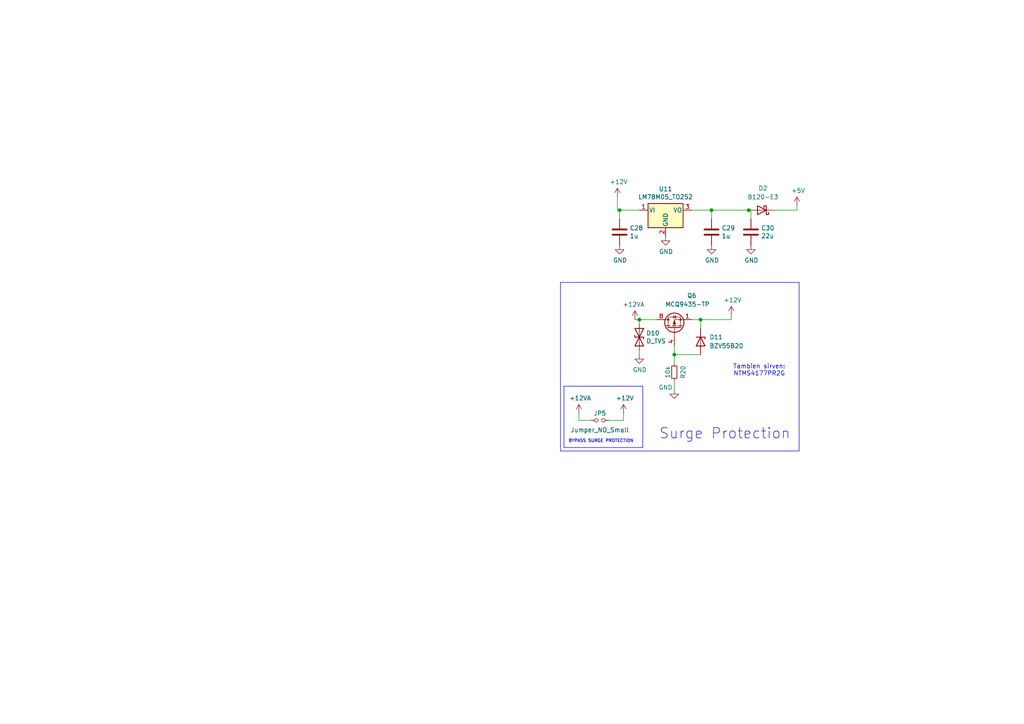
<source format=kicad_sch>
(kicad_sch (version 20231120) (generator "eeschema") (generator_version "7.99")
  (paper "A4")
  (title_block (title "OpenEFI WBO Carrier Board") (date "2023-11-28") (rev "v3") (company "Churrosoft®") (comment 1 "CERN-OHL-S Licence"))
  (lib_symbols
    (symbol "Device:C" (pin_numbers hide) (pin_names (offset 0.254))
      (property "Reference" "C" (at 0.635 2.54 0))
      (property "Value" "C" (at 0.635 -2.54 0))
      (symbol "C_0_1"
        (polyline (pts (xy -2.032 -0.762) (xy 2.032 -0.762)) (stroke (width 0.508)))
        (polyline (pts (xy -2.032 0.762) (xy 2.032 0.762)) (stroke (width 0.508)))
      )
      (symbol "C_1_1"
        (pin passive line (at 0 3.81 270) (length 2.794) (name "~") (number "1"))
        (pin passive line (at 0 -3.81 90) (length 2.794) (name "~") (number "2"))
      )
    )
    (symbol "Device:D_TVS" (pin_numbers hide) (pin_names (offset 1.016) hide)
      (property "Reference" "D" (at 0 2.54 0))
      (property "Value" "D_TVS" (at 0 -2.54 0))
      (symbol "D_TVS_0_1"
        (polyline (pts (xy 1.27 0) (xy -1.27 0)))
        (polyline (pts (xy 0.508 1.27) (xy 0 1.27) (xy 0 -1.27) (xy -0.508 -1.27)) (stroke (width 0.254)))
        (polyline (pts (xy -2.54 1.27) (xy -2.54 -1.27) (xy 2.54 1.27) (xy 2.54 -1.27) (xy -2.54 1.27)) (stroke (width 0.254)))
      )
      (symbol "D_TVS_1_1"
        (pin passive line (at -3.81 0 0) (length 2.54) (name "A1") (number "1"))
        (pin passive line (at 3.81 0 180) (length 2.54) (name "A2") (number "2"))
      )
    )
    (symbol "Device:Jumper_NO_Small" (pin_numbers hide) (pin_names (offset 0.762) hide)
      (property "Reference" "JP" (at 0 2.032 0))
      (property "Value" "Jumper_NO_Small" (at 0.254 -1.524 0))
      (symbol "Jumper_NO_Small_0_1"
        (circle (center -1.016 0) (radius 0.508))
        (circle (center 1.016 0) (radius 0.508))
        (pin passive line (at -2.54 0 0) (length 1.016) (name "1") (number "1"))
        (pin passive line (at 2.54 0 180) (length 1.016) (name "2") (number "2"))
      )
    )
    (symbol "Device:R_Small" (pin_numbers hide) (pin_names (offset 0.254) hide)
      (property "Reference" "R" (at 0.762 0.508 0))
      (property "Value" "R_Small" (at 0.762 -1.016 0))
      (symbol "R_Small_0_1"
        (rectangle (start -0.762 1.778) (end 0.762 -1.778) (stroke (width 0.2032)))
      )
      (symbol "R_Small_1_1"
        (pin passive line (at 0 2.54 270) (length 0.762) (name "~") (number "1"))
        (pin passive line (at 0 -2.54 90) (length 0.762) (name "~") (number "2"))
      )
    )
    (symbol "Diode:B120-E3" (pin_numbers hide) (pin_names hide)
      (property "Reference" "D" (at 0 2.54 0))
      (property "Value" "B120-E3" (at 0 -2.54 0))
      (symbol "B120-E3_0_1"
        (polyline (pts (xy 1.27 0) (xy -1.27 0)))
        (polyline (pts (xy 1.27 1.27) (xy 1.27 -1.27) (xy -1.27 0) (xy 1.27 1.27)) (stroke (width 0.254)))
        (polyline (pts (xy -1.905 0.635) (xy -1.905 1.27) (xy -1.27 1.27) (xy -1.27 -1.27) (xy -0.635 -1.27) (xy -0.635 -0.635)) (stroke (width 0.254)))
      )
      (symbol "B120-E3_1_1"
        (pin passive line (at -3.81 0 0) (length 2.54) (name "K") (number "1"))
        (pin passive line (at 3.81 0 180) (length 2.54) (name "A") (number "2"))
      )
    )
    (symbol "Diode:BZV55B20" (pin_numbers hide) (pin_names hide)
      (property "Reference" "D" (at 0 2.54 0))
      (property "Value" "BZV55B20" (at 0 -2.54 0))
      (symbol "BZV55B20_0_1"
        (polyline (pts (xy 1.27 0) (xy -1.27 0)))
        (polyline (pts (xy -1.27 -1.27) (xy -1.27 1.27) (xy -0.762 1.27)) (stroke (width 0.254)))
        (polyline (pts (xy 1.27 -1.27) (xy 1.27 1.27) (xy -1.27 0) (xy 1.27 -1.27)) (stroke (width 0.254)))
      )
      (symbol "BZV55B20_1_1"
        (pin passive line (at -3.81 0 0) (length 2.54) (name "K") (number "1"))
        (pin passive line (at 3.81 0 180) (length 2.54) (name "A") (number "2"))
      )
    )
    (symbol "Regulator_Linear:LM78M05_TO252" (pin_names (offset 0.254))
      (property "Reference" "U" (at -3.81 3.175 0))
      (property "Value" "LM78M05_TO252" (at 0 3.175 0))
      (symbol "LM78M05_TO252_0_1"
        (rectangle (start -5.08 1.905) (end 5.08 -5.08) (stroke (width 0.254)) (fill (type background)))
      )
      (symbol "LM78M05_TO252_1_1"
        (pin power_in line (at -7.62 0 0) (length 2.54) (name "VI") (number "1"))
        (pin power_in line (at 0 -7.62 90) (length 2.54) (name "GND") (number "2"))
        (pin power_out line (at 7.62 0 180) (length 2.54) (name "VO") (number "3"))
      )
    )
    (symbol "Transistor_FET:IRF7404" (pin_names hide)
      (property "Reference" "Q" (at 5.08 1.905 0))
      (property "Value" "IRF7404" (at 5.08 0 0))
      (symbol "IRF7404_0_1"
        (polyline (pts (xy 0.254 0) (xy -2.54 0)))
        (polyline (pts (xy 0.254 1.905) (xy 0.254 -1.905)) (stroke (width 0.254)))
        (polyline (pts (xy 0.762 -1.27) (xy 0.762 -2.286)) (stroke (width 0.254)))
        (polyline (pts (xy 0.762 0.508) (xy 0.762 -0.508)) (stroke (width 0.254)))
        (polyline (pts (xy 0.762 2.286) (xy 0.762 1.27)) (stroke (width 0.254)))
        (polyline (pts (xy 2.54 2.54) (xy 2.54 1.778)))
        (polyline (pts (xy 2.54 -2.54) (xy 2.54 0) (xy 0.762 0)))
        (polyline (pts (xy 0.762 1.778) (xy 3.302 1.778) (xy 3.302 -1.778) (xy 0.762 -1.778)))
        (polyline (pts (xy 2.286 0) (xy 1.27 0.381) (xy 1.27 -0.381) (xy 2.286 0)) (fill (type outline)))
        (polyline (pts (xy 2.794 -0.508) (xy 2.921 -0.381) (xy 3.683 -0.381) (xy 3.81 -0.254)))
        (polyline (pts (xy 3.302 -0.381) (xy 2.921 0.254) (xy 3.683 0.254) (xy 3.302 -0.381)))
        (circle (center 1.651 0) (radius 2.794) (stroke (width 0.254)))
        (circle (center 2.54 -1.778) (radius 0.254) (fill (type outline)))
        (circle (center 2.54 1.778) (radius 0.254) (fill (type outline)))
      )
      (symbol "IRF7404_1_1"
        (pin passive line (at 2.54 -5.08 90) (length 2.54) (name "S") (number "1"))
        (pin passive line (at 2.54 -5.08 90) (length 2.54) hide (name "S") (number "2"))
        (pin passive line (at 2.54 -5.08 90) (length 2.54) hide (name "S") (number "3"))
        (pin passive line (at -5.08 0 0) (length 2.54) (name "G") (number "4"))
        (pin passive line (at 2.54 5.08 270) (length 2.54) hide (name "D") (number "5"))
        (pin passive line (at 2.54 5.08 270) (length 2.54) hide (name "D") (number "6"))
        (pin passive line (at 2.54 5.08 270) (length 2.54) hide (name "D") (number "7"))
        (pin passive line (at 2.54 5.08 270) (length 2.54) (name "D") (number "8"))
      )
    )
    (symbol "power:+12V" (power) (pin_names (offset 0))
      (property "Value" "+12V" (at 0 3.556 0))
      (symbol "+12V_0_1"
        (polyline (pts (xy -0.762 1.27) (xy 0 2.54)))
        (polyline (pts (xy 0 0) (xy 0 2.54)))
        (polyline (pts (xy 0 2.54) (xy 0.762 1.27)))
      )
      (symbol "+12V_1_1"
        (pin power_in line (at 0 0 90) (length 0) hide (name "+12V") (number "1"))
      )
    )
    (symbol "power:+12VA" (power) (pin_names (offset 0))
      (property "Value" "+12VA" (at 0 3.556 0))
      (symbol "+12VA_0_1"
        (polyline (pts (xy -0.762 1.27) (xy 0 2.54)))
        (polyline (pts (xy 0 0) (xy 0 2.54)))
        (polyline (pts (xy 0 2.54) (xy 0.762 1.27)))
      )
      (symbol "+12VA_1_1"
        (pin power_in line (at 0 0 90) (length 0) hide (name "+12VA") (number "1"))
      )
    )
    (symbol "power:+5V" (power) (pin_names (offset 0))
      (property "Value" "+5V" (at 0 3.556 0))
      (symbol "+5V_0_1"
        (polyline (pts (xy -0.762 1.27) (xy 0 2.54)))
        (polyline (pts (xy 0 0) (xy 0 2.54)))
        (polyline (pts (xy 0 2.54) (xy 0.762 1.27)))
      )
      (symbol "+5V_1_1"
        (pin power_in line (at 0 0 90) (length 0) hide (name "+5V") (number "1"))
      )
    )
    (symbol "power:GND" (power) (pin_names (offset 0))
      (property "Value" "GND" (at 0 -3.81 0))
      (symbol "GND_0_1"
        (polyline (pts (xy 0 0) (xy 0 -1.27) (xy 1.27 -1.27) (xy 0 -2.54) (xy -1.27 -1.27) (xy 0 -1.27)))
      )
      (symbol "GND_1_1"
        (pin power_in line (at 0 0 270) (length 0) hide (name "GND") (number "1"))
      )
    )
  )
  (junction (at 195.58 102.87))
  (junction (at 206.375 60.96))
  (junction (at 179.705 60.96))
  (junction (at 185.42 92.71))
  (junction (at 203.2 92.71))
  (junction (at 217.17 60.96))
  (polyline (pts (xy 162.56 81.915) (xy 231.775 81.915)))
  (wire (pts (xy 185.42 92.71) (xy 184.15 92.71)))
  (wire (pts (xy 212.09 91.44) (xy 212.09 92.71)))
  (polyline (pts (xy 163.576 112.014) (xy 163.576 129.794)))
  (wire (pts (xy 179.705 60.96) (xy 185.42 60.96)))
  (wire (pts (xy 180.848 121.92) (xy 180.848 119.888)))
  (polyline (pts (xy 231.775 130.81) (xy 162.56 130.81)))
  (wire (pts (xy 217.805 60.96) (xy 217.17 60.96)))
  (wire (pts (xy 217.17 60.96) (xy 206.375 60.96)))
  (wire (pts (xy 176.53 121.92) (xy 180.848 121.92)))
  (wire (pts (xy 203.2 92.71) (xy 203.2 95.25)))
  (polyline (pts (xy 231.775 81.915) (xy 231.775 130.81)))
  (wire (pts (xy 200.66 60.96) (xy 206.375 60.96)))
  (wire (pts (xy 195.58 102.87) (xy 195.58 105.41)))
  (wire (pts (xy 231.14 59.69) (xy 231.14 60.96)))
  (wire (pts (xy 217.805 63.5) (xy 217.805 60.96)))
  (wire (pts (xy 200.66 92.71) (xy 203.2 92.71)))
  (wire (pts (xy 231.14 60.96) (xy 224.79 60.96)))
  (polyline (pts (xy 186.436 112.014) (xy 186.436 129.794)))
  (polyline (pts (xy 163.576 112.014) (xy 186.436 112.014)))
  (wire (pts (xy 185.42 101.6) (xy 185.42 102.87)))
  (polyline (pts (xy 162.56 81.915) (xy 162.56 130.81)))
  (wire (pts (xy 190.5 92.71) (xy 185.42 92.71)))
  (wire (pts (xy 167.894 121.92) (xy 171.45 121.92)))
  (wire (pts (xy 195.58 100.33) (xy 195.58 102.87)))
  (wire (pts (xy 179.705 63.5) (xy 179.705 60.96)))
  (wire (pts (xy 179.07 60.96) (xy 179.705 60.96)))
  (wire (pts (xy 195.58 102.87) (xy 203.2 102.87)))
  (wire (pts (xy 167.894 119.888) (xy 167.894 121.92)))
  (wire (pts (xy 179.07 57.15) (xy 179.07 60.96)))
  (wire (pts (xy 206.375 60.96) (xy 206.375 63.5)))
  (polyline (pts (xy 186.436 129.794) (xy 163.576 129.794)))
  (wire (pts (xy 185.42 92.71) (xy 185.42 93.98)))
  (wire (pts (xy 195.58 110.49) (xy 195.58 113.03)))
  (wire (pts (xy 212.09 92.71) (xy 203.2 92.71)))
  (text "BYPASS SURGE PROTECTION" (at 164.846 128.524 0) (effects (font (size 0.889 0.889)) (justify left bottom)))
  (text "Tambien sirven:\nNTMS4177PR2G" (at 220.218 107.442 0) (effects (font (size 1.27 1.27))))
  (text "Surge Protection" (at 191.135 127.635 0) (effects (font (size 3 3)) (justify left bottom)))
  (symbol (lib_id "power:+5V") (at 231.14 59.69 0) (unit 1)
    (property "Reference" "#PWR078" (effects (hide yes)))
    (property "Value" "+5V" (at 231.521 55.2958 0))
    (instances (project "Wideband_v3" (path "" (reference "#PWR078") (unit 1))) (project "board_carrier" (path "" (reference "#PWR0105") (unit 1))))
  )
  (symbol (lib_id "Diode:B120-E3") (at 220.98 60.96 180) (unit 1)
    (property "Reference" "D2" (at 221.2975 54.61 0))
    (property "Value" "B120-E3" (at 221.2975 57.15 0))
    (property "Footprint" "Diode_SMD:D_SMA" (effects (hide yes)))
    (property "Datasheet" "http://www.vishay.com/docs/88946/b120.pdf" (effects (hide yes)))
    (property "Description" "20V 1A Schottky Barrier Rectifier Diode, SMA(DO-214AC)" (effects (hide yes)))
  )
  (symbol (lib_id "power:+12VA") (at 167.894 119.888 0) (unit 1)
    (property "Reference" "#PWR035" (effects (hide yes)))
    (property "Value" "+12VA" (at 168.275 115.4938 0))
    (instances (project "Wideband_v3" (path "" (reference "#PWR035") (unit 1))) (project "OpenEFI_rev4" (path "" (reference "#PWR049") (unit 1))))
  )
  (symbol (lib_id "Diode:BZV55B20") (at 203.2 99.06 270) (unit 1)
    (property "Reference" "D11" (at 205.74 97.7899 90) (effects (justify left)))
    (property "Value" "BZV55B20" (at 205.74 100.3299 90) (effects (justify left)))
    (property "Footprint" "Diode_SMD:D_MiniMELF" (effects (hide yes)))
    (property "Datasheet" "https://assets.nexperia.com/documents/data-sheet/BZV55_SER.pdf" (effects (hide yes)))
    (property "Description" "20V, 500mW, 2%, Zener diode, MiniMELF" (effects (hide yes)))
  )
  (symbol (lib_id "power:GND") (at 179.705 71.12 0) (unit 1)
    (property "Reference" "#PWR076" (effects (hide yes)))
    (property "Value" "GND" (at 179.832 75.5142 0))
    (instances (project "Wideband_v3" (path "" (reference "#PWR076") (unit 1))) (project "board_carrier" (path "" (reference "#PWR0103") (unit 1))))
  )
  (symbol (lib_id "Regulator_Linear:LM78M05_TO252") (at 193.04 60.96 0) (unit 1)
    (property "Reference" "U11" (at 193.04 54.8132 0))
    (property "Value" "LM78M05_TO252" (at 193.04 57.1246 0))
    (property "Footprint" "Package_TO_SOT_SMD:TO-252-2" (effects (hide yes)))
    (property "Datasheet" "http://www.fairchildsemi.com/ds/LM/LM78M05.pdf" (effects (hide yes)))
    (property "LCSC" "C58069" (effects (hide yes)))
    (instances (project "Wideband_v3" (path "" (reference "U11") (unit 1))) (project "board_carrier" (path "" (reference "U2") (unit 1))))
  )
  (symbol (lib_id "Device:C") (at 179.705 67.31 0) (unit 1)
    (property "Reference" "C28" (at 182.626 66.1416 0) (effects (justify left)))
    (property "Value" "1u" (at 182.626 68.453 0) (effects (justify left)))
    (property "Footprint" "Capacitor_SMD:C_0603_1608Metric" (effects (hide yes)))
    (property "LCSC" "C15849" (effects (hide yes)))
    (instances (project "Wideband_v3" (path "" (reference "C28") (unit 1))) (project "board_carrier" (path "" (reference "C1") (unit 1))))
  )
  (symbol (lib_id "power:GND") (at 185.42 102.87 0) (unit 1)
    (property "Reference" "#PWR083" (effects (hide yes)))
    (property "Value" "GND" (at 185.547 107.2642 0))
    (instances (project "Wideband_v3" (path "" (reference "#PWR083") (unit 1))) (project "board_carrier" (path "" (reference "#PWR0102") (unit 1))))
  )
  (symbol (lib_id "Device:Jumper_NO_Small") (at 173.99 121.92 0) (unit 1) (in_bom no)
    (property "Reference" "JP5" (at 173.99 119.888 0))
    (property "Value" "Jumper_NO_Small" (at 173.99 124.714 0))
    (property "Footprint" "Jumper:SolderJumper-2_P1.3mm_Open_RoundedPad1.0x1.5mm" (effects (hide yes)))
    (instances (project "Wideband_v3" (path "" (reference "JP5") (unit 1))) (project "OpenEFI_rev4" (path "" (reference "JP4") (unit 1))))
  )
  (symbol (lib_id "Device:C") (at 217.805 67.31 0) (unit 1)
    (property "Reference" "C30" (at 220.726 66.1416 0) (effects (justify left)))
    (property "Value" "22u" (at 220.726 68.453 0) (effects (justify left)))
    (property "Footprint" "Capacitor_SMD:C_0805_2012Metric" (effects (hide yes)))
    (property "LCSC" "C45783" (effects (hide yes)))
    (instances (project "Wideband_v3" (path "" (reference "C30") (unit 1))) (project "board_carrier" (path "" (reference "C6") (unit 1))))
  )
  (symbol (lib_id "power:GND") (at 217.805 71.12 0) (unit 1)
    (property "Reference" "#PWR080" (effects (hide yes)))
    (property "Value" "GND" (at 217.932 75.5142 0))
    (instances (project "Wideband_v3" (path "" (reference "#PWR080") (unit 1))) (project "board_carrier" (path "" (reference "#PWR0117") (unit 1))))
  )
  (symbol (lib_id "Transistor_FET:IRF7404") (at 195.58 95.25 90) (unit 1)
    (property "Reference" "Q6" (at 200.66 85.725 90))
    (property "Value" "MCQ9435-TP" (at 199.39 88.265 90))
    (property "Footprint" "Package_SO:SOIC-8_3.9x4.9mm_P1.27mm" (effects (hide yes)))
    (property "Datasheet" "http://www.infineon.com/dgdl/irf7404.pdf?fileId=5546d462533600a4015355fa2b5b1b9e" (effects (hide yes)))
    (instances (project "Wideband_v3" (path "" (reference "Q6") (unit 1))) (project "power" (path "" (reference "Q5") (unit 1))))
  )
  (symbol (lib_id "power:+12V") (at 179.07 57.15 0) (unit 1)
    (property "Reference" "#PWR033" (effects (hide yes)))
    (property "Value" "+12V" (at 179.451 52.7558 0))
    (instances (project "Wideband_v3" (path "" (reference "#PWR033") (unit 1))) (project "OpenEFI_rev4" (path "" (reference "#PWR021") (unit 1))))
  )
  (symbol (lib_id "power:+12V") (at 212.09 91.44 0) (unit 1)
    (property "Reference" "#PWR082" (effects (hide yes)))
    (property "Value" "+12V" (at 212.471 87.0458 0))
    (instances (project "Wideband_v3" (path "" (reference "#PWR082") (unit 1))) (project "OpenEFI_rev4" (path "" (reference "#PWR021") (unit 1))))
  )
  (symbol (lib_id "power:GND") (at 206.375 71.12 0) (unit 1)
    (property "Reference" "#PWR079" (effects (hide yes)))
    (property "Value" "GND" (at 206.502 75.5142 0))
    (instances (project "Wideband_v3" (path "" (reference "#PWR079") (unit 1))) (project "board_carrier" (path "" (reference "#PWR0109") (unit 1))))
  )
  (symbol (lib_id "power:GND") (at 195.58 113.03 0) (mirror y) (unit 1)
    (property "Reference" "#PWR084" (effects (hide yes)))
    (property "Value" "GND" (at 193.04 112.395 0))
    (instances (project "Wideband_v3" (path "" (reference "#PWR084") (unit 1))) (project "power" (path "" (reference "#PWR0132") (unit 1))))
  )
  (symbol (lib_id "power:GND") (at 193.04 68.58 0) (unit 1)
    (property "Reference" "#PWR077" (effects (hide yes)))
    (property "Value" "GND" (at 193.167 72.9742 0))
    (instances (project "Wideband_v3" (path "" (reference "#PWR077") (unit 1))) (project "board_carrier" (path "" (reference "#PWR0104") (unit 1))))
  )
  (symbol (lib_id "power:+12VA") (at 184.15 92.71 0) (mirror y) (unit 1)
    (property "Reference" "#PWR085" (effects (hide yes)))
    (property "Value" "+12VA" (at 183.769 88.3158 0))
    (instances (project "Wideband_v3" (path "" (reference "#PWR085") (unit 1))) (project "power" (path "" (reference "#PWR027") (unit 1))))
  )
  (symbol (lib_id "Device:D_TVS") (at 185.42 97.79 270) (unit 1)
    (property "Reference" "D10" (at 187.4266 96.6216 90) (effects (justify left)))
    (property "Value" "D_TVS" (at 187.4266 98.933 90) (effects (justify left)))
    (property "Footprint" "Diode_SMD:D_SMC" (effects (hide yes)))
    (property "LCSC" "C151279" (effects (hide yes)))
    (instances (project "Wideband_v3" (path "" (reference "D10") (unit 1))) (project "board_carrier" (path "" (reference "D1") (unit 1))))
  )
  (symbol (lib_id "Device:C") (at 206.375 67.31 0) (unit 1)
    (property "Reference" "C29" (at 209.296 66.1416 0) (effects (justify left)))
    (property "Value" "1u" (at 209.296 68.453 0) (effects (justify left)))
    (property "Footprint" "Capacitor_SMD:C_0603_1608Metric" (effects (hide yes)))
    (property "LCSC" "C15849" (effects (hide yes)))
    (instances (project "Wideband_v3" (path "" (reference "C29") (unit 1))) (project "board_carrier" (path "" (reference "C2") (unit 1))))
  )
  (symbol (lib_id "power:+12V") (at 180.848 119.888 0) (unit 1)
    (property "Reference" "#PWR038" (effects (hide yes)))
    (property "Value" "+12V" (at 181.229 115.4938 0))
    (instances (project "Wideband_v3" (path "" (reference "#PWR038") (unit 1))) (project "OpenEFI_rev4" (path "" (reference "#PWR050") (unit 1))))
  )
  (symbol (lib_id "Device:R_Small") (at 195.58 107.95 0) (unit 1)
    (property "Reference" "R20" (at 198.12 107.95 90))
    (property "Value" "10k" (at 193.675 107.95 90))
    (property "Footprint" "Resistor_SMD:R_0603_1608Metric" (effects (hide yes)))
    (property "LCSC" "C25804" (effects (hide yes)))
    (instances (project "Wideband_v3" (path "" (reference "R20") (unit 1))) (project "OpenEFI_rev4" (path "" (reference "R2") (unit 1)) (path "" (reference "R68") (unit 1))))
  )
)
</source>
